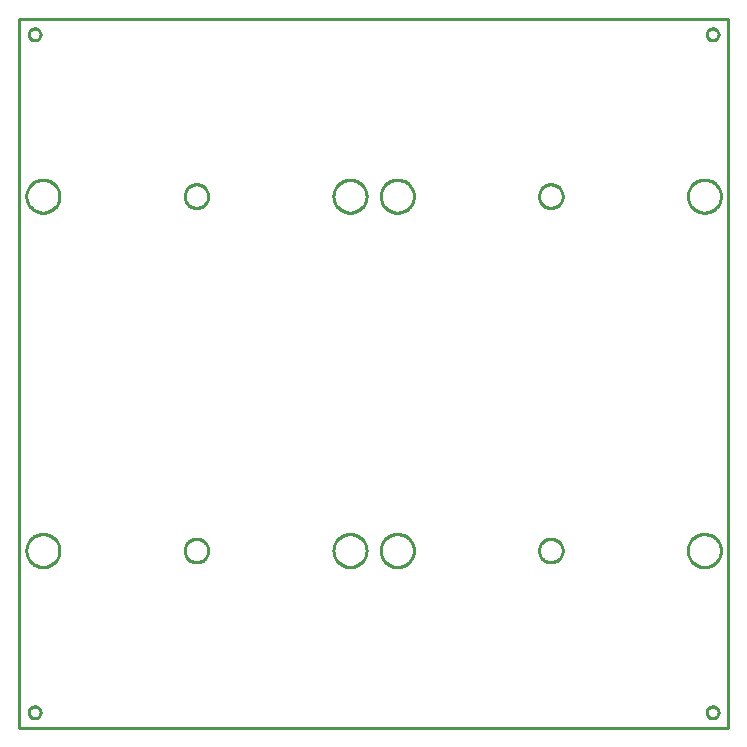
<source format=gbr>
G04 EAGLE Gerber RS-274X export*
G75*
%MOMM*%
%FSLAX34Y34*%
%LPD*%
%IN*%
%IPPOS*%
%AMOC8*
5,1,8,0,0,1.08239X$1,22.5*%
G01*
%ADD10C,0.254000*%


D10*
X-299720Y-299720D02*
X300280Y-299720D01*
X300280Y300280D01*
X-299720Y300280D01*
X-299720Y-299720D01*
X266280Y150780D02*
X266351Y151778D01*
X266494Y152767D01*
X266706Y153745D01*
X266988Y154704D01*
X267337Y155641D01*
X267753Y156551D01*
X268232Y157428D01*
X268773Y158270D01*
X269372Y159070D01*
X270027Y159826D01*
X270734Y160533D01*
X271490Y161188D01*
X272290Y161787D01*
X273132Y162328D01*
X274009Y162807D01*
X274919Y163223D01*
X275856Y163572D01*
X276816Y163854D01*
X277793Y164066D01*
X278783Y164209D01*
X279780Y164280D01*
X280780Y164280D01*
X281778Y164209D01*
X282767Y164066D01*
X283745Y163854D01*
X284704Y163572D01*
X285641Y163223D01*
X286551Y162807D01*
X287428Y162328D01*
X288270Y161787D01*
X289070Y161188D01*
X289826Y160533D01*
X290533Y159826D01*
X291188Y159070D01*
X291787Y158270D01*
X292328Y157428D01*
X292807Y156551D01*
X293223Y155641D01*
X293572Y154704D01*
X293854Y153745D01*
X294066Y152767D01*
X294209Y151778D01*
X294280Y150780D01*
X294280Y149780D01*
X294209Y148783D01*
X294066Y147793D01*
X293854Y146816D01*
X293572Y145856D01*
X293223Y144919D01*
X292807Y144009D01*
X292328Y143132D01*
X291787Y142290D01*
X291188Y141490D01*
X290533Y140734D01*
X289826Y140027D01*
X289070Y139372D01*
X288270Y138773D01*
X287428Y138232D01*
X286551Y137753D01*
X285641Y137337D01*
X284704Y136988D01*
X283745Y136706D01*
X282767Y136494D01*
X281778Y136351D01*
X280780Y136280D01*
X279780Y136280D01*
X278783Y136351D01*
X277793Y136494D01*
X276816Y136706D01*
X275856Y136988D01*
X274919Y137337D01*
X274009Y137753D01*
X273132Y138232D01*
X272290Y138773D01*
X271490Y139372D01*
X270734Y140027D01*
X270027Y140734D01*
X269372Y141490D01*
X268773Y142290D01*
X268232Y143132D01*
X267753Y144009D01*
X267337Y144919D01*
X266988Y145856D01*
X266706Y146816D01*
X266494Y147793D01*
X266351Y148783D01*
X266280Y149780D01*
X266280Y150780D01*
X6280Y150780D02*
X6351Y151778D01*
X6494Y152767D01*
X6706Y153745D01*
X6988Y154704D01*
X7337Y155641D01*
X7753Y156551D01*
X8232Y157428D01*
X8773Y158270D01*
X9372Y159070D01*
X10027Y159826D01*
X10734Y160533D01*
X11490Y161188D01*
X12290Y161787D01*
X13132Y162328D01*
X14009Y162807D01*
X14919Y163223D01*
X15856Y163572D01*
X16816Y163854D01*
X17793Y164066D01*
X18783Y164209D01*
X19780Y164280D01*
X20780Y164280D01*
X21778Y164209D01*
X22767Y164066D01*
X23745Y163854D01*
X24704Y163572D01*
X25641Y163223D01*
X26551Y162807D01*
X27428Y162328D01*
X28270Y161787D01*
X29070Y161188D01*
X29826Y160533D01*
X30533Y159826D01*
X31188Y159070D01*
X31787Y158270D01*
X32328Y157428D01*
X32807Y156551D01*
X33223Y155641D01*
X33572Y154704D01*
X33854Y153745D01*
X34066Y152767D01*
X34209Y151778D01*
X34280Y150780D01*
X34280Y149780D01*
X34209Y148783D01*
X34066Y147793D01*
X33854Y146816D01*
X33572Y145856D01*
X33223Y144919D01*
X32807Y144009D01*
X32328Y143132D01*
X31787Y142290D01*
X31188Y141490D01*
X30533Y140734D01*
X29826Y140027D01*
X29070Y139372D01*
X28270Y138773D01*
X27428Y138232D01*
X26551Y137753D01*
X25641Y137337D01*
X24704Y136988D01*
X23745Y136706D01*
X22767Y136494D01*
X21778Y136351D01*
X20780Y136280D01*
X19780Y136280D01*
X18783Y136351D01*
X17793Y136494D01*
X16816Y136706D01*
X15856Y136988D01*
X14919Y137337D01*
X14009Y137753D01*
X13132Y138232D01*
X12290Y138773D01*
X11490Y139372D01*
X10734Y140027D01*
X10027Y140734D01*
X9372Y141490D01*
X8773Y142290D01*
X8232Y143132D01*
X7753Y144009D01*
X7337Y144919D01*
X6988Y145856D01*
X6706Y146816D01*
X6494Y147793D01*
X6351Y148783D01*
X6280Y149780D01*
X6280Y150780D01*
X-293720Y150780D02*
X-293649Y151778D01*
X-293506Y152767D01*
X-293294Y153745D01*
X-293012Y154704D01*
X-292663Y155641D01*
X-292247Y156551D01*
X-291768Y157428D01*
X-291227Y158270D01*
X-290628Y159070D01*
X-289973Y159826D01*
X-289266Y160533D01*
X-288510Y161188D01*
X-287710Y161787D01*
X-286868Y162328D01*
X-285991Y162807D01*
X-285081Y163223D01*
X-284144Y163572D01*
X-283185Y163854D01*
X-282207Y164066D01*
X-281218Y164209D01*
X-280220Y164280D01*
X-279220Y164280D01*
X-278223Y164209D01*
X-277233Y164066D01*
X-276256Y163854D01*
X-275296Y163572D01*
X-274359Y163223D01*
X-273449Y162807D01*
X-272572Y162328D01*
X-271730Y161787D01*
X-270930Y161188D01*
X-270174Y160533D01*
X-269467Y159826D01*
X-268812Y159070D01*
X-268213Y158270D01*
X-267672Y157428D01*
X-267193Y156551D01*
X-266777Y155641D01*
X-266428Y154704D01*
X-266146Y153745D01*
X-265934Y152767D01*
X-265791Y151778D01*
X-265720Y150780D01*
X-265720Y149780D01*
X-265791Y148783D01*
X-265934Y147793D01*
X-266146Y146816D01*
X-266428Y145856D01*
X-266777Y144919D01*
X-267193Y144009D01*
X-267672Y143132D01*
X-268213Y142290D01*
X-268812Y141490D01*
X-269467Y140734D01*
X-270174Y140027D01*
X-270930Y139372D01*
X-271730Y138773D01*
X-272572Y138232D01*
X-273449Y137753D01*
X-274359Y137337D01*
X-275296Y136988D01*
X-276256Y136706D01*
X-277233Y136494D01*
X-278223Y136351D01*
X-279220Y136280D01*
X-280220Y136280D01*
X-281218Y136351D01*
X-282207Y136494D01*
X-283185Y136706D01*
X-284144Y136988D01*
X-285081Y137337D01*
X-285991Y137753D01*
X-286868Y138232D01*
X-287710Y138773D01*
X-288510Y139372D01*
X-289266Y140027D01*
X-289973Y140734D01*
X-290628Y141490D01*
X-291227Y142290D01*
X-291768Y143132D01*
X-292247Y144009D01*
X-292663Y144919D01*
X-293012Y145856D01*
X-293294Y146816D01*
X-293506Y147793D01*
X-293649Y148783D01*
X-293720Y149780D01*
X-293720Y150780D01*
X266280Y-149220D02*
X266351Y-148223D01*
X266494Y-147233D01*
X266706Y-146256D01*
X266988Y-145296D01*
X267337Y-144359D01*
X267753Y-143449D01*
X268232Y-142572D01*
X268773Y-141730D01*
X269372Y-140930D01*
X270027Y-140174D01*
X270734Y-139467D01*
X271490Y-138812D01*
X272290Y-138213D01*
X273132Y-137672D01*
X274009Y-137193D01*
X274919Y-136777D01*
X275856Y-136428D01*
X276816Y-136146D01*
X277793Y-135934D01*
X278783Y-135791D01*
X279780Y-135720D01*
X280780Y-135720D01*
X281778Y-135791D01*
X282767Y-135934D01*
X283745Y-136146D01*
X284704Y-136428D01*
X285641Y-136777D01*
X286551Y-137193D01*
X287428Y-137672D01*
X288270Y-138213D01*
X289070Y-138812D01*
X289826Y-139467D01*
X290533Y-140174D01*
X291188Y-140930D01*
X291787Y-141730D01*
X292328Y-142572D01*
X292807Y-143449D01*
X293223Y-144359D01*
X293572Y-145296D01*
X293854Y-146256D01*
X294066Y-147233D01*
X294209Y-148223D01*
X294280Y-149220D01*
X294280Y-150220D01*
X294209Y-151218D01*
X294066Y-152207D01*
X293854Y-153185D01*
X293572Y-154144D01*
X293223Y-155081D01*
X292807Y-155991D01*
X292328Y-156868D01*
X291787Y-157710D01*
X291188Y-158510D01*
X290533Y-159266D01*
X289826Y-159973D01*
X289070Y-160628D01*
X288270Y-161227D01*
X287428Y-161768D01*
X286551Y-162247D01*
X285641Y-162663D01*
X284704Y-163012D01*
X283745Y-163294D01*
X282767Y-163506D01*
X281778Y-163649D01*
X280780Y-163720D01*
X279780Y-163720D01*
X278783Y-163649D01*
X277793Y-163506D01*
X276816Y-163294D01*
X275856Y-163012D01*
X274919Y-162663D01*
X274009Y-162247D01*
X273132Y-161768D01*
X272290Y-161227D01*
X271490Y-160628D01*
X270734Y-159973D01*
X270027Y-159266D01*
X269372Y-158510D01*
X268773Y-157710D01*
X268232Y-156868D01*
X267753Y-155991D01*
X267337Y-155081D01*
X266988Y-154144D01*
X266706Y-153185D01*
X266494Y-152207D01*
X266351Y-151218D01*
X266280Y-150220D01*
X266280Y-149220D01*
X6280Y-149220D02*
X6351Y-148223D01*
X6494Y-147233D01*
X6706Y-146256D01*
X6988Y-145296D01*
X7337Y-144359D01*
X7753Y-143449D01*
X8232Y-142572D01*
X8773Y-141730D01*
X9372Y-140930D01*
X10027Y-140174D01*
X10734Y-139467D01*
X11490Y-138812D01*
X12290Y-138213D01*
X13132Y-137672D01*
X14009Y-137193D01*
X14919Y-136777D01*
X15856Y-136428D01*
X16816Y-136146D01*
X17793Y-135934D01*
X18783Y-135791D01*
X19780Y-135720D01*
X20780Y-135720D01*
X21778Y-135791D01*
X22767Y-135934D01*
X23745Y-136146D01*
X24704Y-136428D01*
X25641Y-136777D01*
X26551Y-137193D01*
X27428Y-137672D01*
X28270Y-138213D01*
X29070Y-138812D01*
X29826Y-139467D01*
X30533Y-140174D01*
X31188Y-140930D01*
X31787Y-141730D01*
X32328Y-142572D01*
X32807Y-143449D01*
X33223Y-144359D01*
X33572Y-145296D01*
X33854Y-146256D01*
X34066Y-147233D01*
X34209Y-148223D01*
X34280Y-149220D01*
X34280Y-150220D01*
X34209Y-151218D01*
X34066Y-152207D01*
X33854Y-153185D01*
X33572Y-154144D01*
X33223Y-155081D01*
X32807Y-155991D01*
X32328Y-156868D01*
X31787Y-157710D01*
X31188Y-158510D01*
X30533Y-159266D01*
X29826Y-159973D01*
X29070Y-160628D01*
X28270Y-161227D01*
X27428Y-161768D01*
X26551Y-162247D01*
X25641Y-162663D01*
X24704Y-163012D01*
X23745Y-163294D01*
X22767Y-163506D01*
X21778Y-163649D01*
X20780Y-163720D01*
X19780Y-163720D01*
X18783Y-163649D01*
X17793Y-163506D01*
X16816Y-163294D01*
X15856Y-163012D01*
X14919Y-162663D01*
X14009Y-162247D01*
X13132Y-161768D01*
X12290Y-161227D01*
X11490Y-160628D01*
X10734Y-159973D01*
X10027Y-159266D01*
X9372Y-158510D01*
X8773Y-157710D01*
X8232Y-156868D01*
X7753Y-155991D01*
X7337Y-155081D01*
X6988Y-154144D01*
X6706Y-153185D01*
X6494Y-152207D01*
X6351Y-151218D01*
X6280Y-150220D01*
X6280Y-149220D01*
X-33720Y-149220D02*
X-33649Y-148223D01*
X-33506Y-147233D01*
X-33294Y-146256D01*
X-33012Y-145296D01*
X-32663Y-144359D01*
X-32247Y-143449D01*
X-31768Y-142572D01*
X-31227Y-141730D01*
X-30628Y-140930D01*
X-29973Y-140174D01*
X-29266Y-139467D01*
X-28510Y-138812D01*
X-27710Y-138213D01*
X-26868Y-137672D01*
X-25991Y-137193D01*
X-25081Y-136777D01*
X-24144Y-136428D01*
X-23185Y-136146D01*
X-22207Y-135934D01*
X-21218Y-135791D01*
X-20220Y-135720D01*
X-19220Y-135720D01*
X-18223Y-135791D01*
X-17233Y-135934D01*
X-16256Y-136146D01*
X-15296Y-136428D01*
X-14359Y-136777D01*
X-13449Y-137193D01*
X-12572Y-137672D01*
X-11730Y-138213D01*
X-10930Y-138812D01*
X-10174Y-139467D01*
X-9467Y-140174D01*
X-8812Y-140930D01*
X-8213Y-141730D01*
X-7672Y-142572D01*
X-7193Y-143449D01*
X-6777Y-144359D01*
X-6428Y-145296D01*
X-6146Y-146256D01*
X-5934Y-147233D01*
X-5791Y-148223D01*
X-5720Y-149220D01*
X-5720Y-150220D01*
X-5791Y-151218D01*
X-5934Y-152207D01*
X-6146Y-153185D01*
X-6428Y-154144D01*
X-6777Y-155081D01*
X-7193Y-155991D01*
X-7672Y-156868D01*
X-8213Y-157710D01*
X-8812Y-158510D01*
X-9467Y-159266D01*
X-10174Y-159973D01*
X-10930Y-160628D01*
X-11730Y-161227D01*
X-12572Y-161768D01*
X-13449Y-162247D01*
X-14359Y-162663D01*
X-15296Y-163012D01*
X-16256Y-163294D01*
X-17233Y-163506D01*
X-18223Y-163649D01*
X-19220Y-163720D01*
X-20220Y-163720D01*
X-21218Y-163649D01*
X-22207Y-163506D01*
X-23185Y-163294D01*
X-24144Y-163012D01*
X-25081Y-162663D01*
X-25991Y-162247D01*
X-26868Y-161768D01*
X-27710Y-161227D01*
X-28510Y-160628D01*
X-29266Y-159973D01*
X-29973Y-159266D01*
X-30628Y-158510D01*
X-31227Y-157710D01*
X-31768Y-156868D01*
X-32247Y-155991D01*
X-32663Y-155081D01*
X-33012Y-154144D01*
X-33294Y-153185D01*
X-33506Y-152207D01*
X-33649Y-151218D01*
X-33720Y-150220D01*
X-33720Y-149220D01*
X-293720Y-149220D02*
X-293649Y-148223D01*
X-293506Y-147233D01*
X-293294Y-146256D01*
X-293012Y-145296D01*
X-292663Y-144359D01*
X-292247Y-143449D01*
X-291768Y-142572D01*
X-291227Y-141730D01*
X-290628Y-140930D01*
X-289973Y-140174D01*
X-289266Y-139467D01*
X-288510Y-138812D01*
X-287710Y-138213D01*
X-286868Y-137672D01*
X-285991Y-137193D01*
X-285081Y-136777D01*
X-284144Y-136428D01*
X-283185Y-136146D01*
X-282207Y-135934D01*
X-281218Y-135791D01*
X-280220Y-135720D01*
X-279220Y-135720D01*
X-278223Y-135791D01*
X-277233Y-135934D01*
X-276256Y-136146D01*
X-275296Y-136428D01*
X-274359Y-136777D01*
X-273449Y-137193D01*
X-272572Y-137672D01*
X-271730Y-138213D01*
X-270930Y-138812D01*
X-270174Y-139467D01*
X-269467Y-140174D01*
X-268812Y-140930D01*
X-268213Y-141730D01*
X-267672Y-142572D01*
X-267193Y-143449D01*
X-266777Y-144359D01*
X-266428Y-145296D01*
X-266146Y-146256D01*
X-265934Y-147233D01*
X-265791Y-148223D01*
X-265720Y-149220D01*
X-265720Y-150220D01*
X-265791Y-151218D01*
X-265934Y-152207D01*
X-266146Y-153185D01*
X-266428Y-154144D01*
X-266777Y-155081D01*
X-267193Y-155991D01*
X-267672Y-156868D01*
X-268213Y-157710D01*
X-268812Y-158510D01*
X-269467Y-159266D01*
X-270174Y-159973D01*
X-270930Y-160628D01*
X-271730Y-161227D01*
X-272572Y-161768D01*
X-273449Y-162247D01*
X-274359Y-162663D01*
X-275296Y-163012D01*
X-276256Y-163294D01*
X-277233Y-163506D01*
X-278223Y-163649D01*
X-279220Y-163720D01*
X-280220Y-163720D01*
X-281218Y-163649D01*
X-282207Y-163506D01*
X-283185Y-163294D01*
X-284144Y-163012D01*
X-285081Y-162663D01*
X-285991Y-162247D01*
X-286868Y-161768D01*
X-287710Y-161227D01*
X-288510Y-160628D01*
X-289266Y-159973D01*
X-289973Y-159266D01*
X-290628Y-158510D01*
X-291227Y-157710D01*
X-291768Y-156868D01*
X-292247Y-155991D01*
X-292663Y-155081D01*
X-293012Y-154144D01*
X-293294Y-153185D01*
X-293506Y-152207D01*
X-293649Y-151218D01*
X-293720Y-150220D01*
X-293720Y-149220D01*
X282280Y287561D02*
X282343Y288119D01*
X282468Y288666D01*
X282653Y289196D01*
X282897Y289702D01*
X283196Y290178D01*
X283546Y290617D01*
X283943Y291014D01*
X284382Y291364D01*
X284858Y291663D01*
X285364Y291907D01*
X285894Y292092D01*
X286441Y292217D01*
X286999Y292280D01*
X287561Y292280D01*
X288119Y292217D01*
X288666Y292092D01*
X289196Y291907D01*
X289702Y291663D01*
X290178Y291364D01*
X290617Y291014D01*
X291014Y290617D01*
X291364Y290178D01*
X291663Y289702D01*
X291907Y289196D01*
X292092Y288666D01*
X292217Y288119D01*
X292280Y287561D01*
X292280Y286999D01*
X292217Y286441D01*
X292092Y285894D01*
X291907Y285364D01*
X291663Y284858D01*
X291364Y284382D01*
X291014Y283943D01*
X290617Y283546D01*
X290178Y283196D01*
X289702Y282897D01*
X289196Y282653D01*
X288666Y282468D01*
X288119Y282343D01*
X287561Y282280D01*
X286999Y282280D01*
X286441Y282343D01*
X285894Y282468D01*
X285364Y282653D01*
X284858Y282897D01*
X284382Y283196D01*
X283943Y283546D01*
X283546Y283943D01*
X283196Y284382D01*
X282897Y284858D01*
X282653Y285364D01*
X282468Y285894D01*
X282343Y286441D01*
X282280Y286999D01*
X282280Y287561D01*
X-291720Y287561D02*
X-291657Y288119D01*
X-291532Y288666D01*
X-291347Y289196D01*
X-291103Y289702D01*
X-290804Y290178D01*
X-290454Y290617D01*
X-290057Y291014D01*
X-289618Y291364D01*
X-289142Y291663D01*
X-288636Y291907D01*
X-288106Y292092D01*
X-287559Y292217D01*
X-287001Y292280D01*
X-286439Y292280D01*
X-285881Y292217D01*
X-285334Y292092D01*
X-284804Y291907D01*
X-284298Y291663D01*
X-283822Y291364D01*
X-283383Y291014D01*
X-282986Y290617D01*
X-282636Y290178D01*
X-282337Y289702D01*
X-282093Y289196D01*
X-281908Y288666D01*
X-281783Y288119D01*
X-281720Y287561D01*
X-281720Y286999D01*
X-281783Y286441D01*
X-281908Y285894D01*
X-282093Y285364D01*
X-282337Y284858D01*
X-282636Y284382D01*
X-282986Y283943D01*
X-283383Y283546D01*
X-283822Y283196D01*
X-284298Y282897D01*
X-284804Y282653D01*
X-285334Y282468D01*
X-285881Y282343D01*
X-286439Y282280D01*
X-287001Y282280D01*
X-287559Y282343D01*
X-288106Y282468D01*
X-288636Y282653D01*
X-289142Y282897D01*
X-289618Y283196D01*
X-290057Y283546D01*
X-290454Y283943D01*
X-290804Y284382D01*
X-291103Y284858D01*
X-291347Y285364D01*
X-291532Y285894D01*
X-291657Y286441D01*
X-291720Y286999D01*
X-291720Y287561D01*
X-33720Y150780D02*
X-33649Y151778D01*
X-33506Y152767D01*
X-33294Y153745D01*
X-33012Y154704D01*
X-32663Y155641D01*
X-32247Y156551D01*
X-31768Y157428D01*
X-31227Y158270D01*
X-30628Y159070D01*
X-29973Y159826D01*
X-29266Y160533D01*
X-28510Y161188D01*
X-27710Y161787D01*
X-26868Y162328D01*
X-25991Y162807D01*
X-25081Y163223D01*
X-24144Y163572D01*
X-23185Y163854D01*
X-22207Y164066D01*
X-21218Y164209D01*
X-20220Y164280D01*
X-19220Y164280D01*
X-18223Y164209D01*
X-17233Y164066D01*
X-16256Y163854D01*
X-15296Y163572D01*
X-14359Y163223D01*
X-13449Y162807D01*
X-12572Y162328D01*
X-11730Y161787D01*
X-10930Y161188D01*
X-10174Y160533D01*
X-9467Y159826D01*
X-8812Y159070D01*
X-8213Y158270D01*
X-7672Y157428D01*
X-7193Y156551D01*
X-6777Y155641D01*
X-6428Y154704D01*
X-6146Y153745D01*
X-5934Y152767D01*
X-5791Y151778D01*
X-5720Y150780D01*
X-5720Y149780D01*
X-5791Y148783D01*
X-5934Y147793D01*
X-6146Y146816D01*
X-6428Y145856D01*
X-6777Y144919D01*
X-7193Y144009D01*
X-7672Y143132D01*
X-8213Y142290D01*
X-8812Y141490D01*
X-9467Y140734D01*
X-10174Y140027D01*
X-10930Y139372D01*
X-11730Y138773D01*
X-12572Y138232D01*
X-13449Y137753D01*
X-14359Y137337D01*
X-15296Y136988D01*
X-16256Y136706D01*
X-17233Y136494D01*
X-18223Y136351D01*
X-19220Y136280D01*
X-20220Y136280D01*
X-21218Y136351D01*
X-22207Y136494D01*
X-23185Y136706D01*
X-24144Y136988D01*
X-25081Y137337D01*
X-25991Y137753D01*
X-26868Y138232D01*
X-27710Y138773D01*
X-28510Y139372D01*
X-29266Y140027D01*
X-29973Y140734D01*
X-30628Y141490D01*
X-31227Y142290D01*
X-31768Y143132D01*
X-32247Y144009D01*
X-32663Y144919D01*
X-33012Y145856D01*
X-33294Y146816D01*
X-33506Y147793D01*
X-33649Y148783D01*
X-33720Y149780D01*
X-33720Y150780D01*
X-291720Y-286439D02*
X-291657Y-285881D01*
X-291532Y-285334D01*
X-291347Y-284804D01*
X-291103Y-284298D01*
X-290804Y-283822D01*
X-290454Y-283383D01*
X-290057Y-282986D01*
X-289618Y-282636D01*
X-289142Y-282337D01*
X-288636Y-282093D01*
X-288106Y-281908D01*
X-287559Y-281783D01*
X-287001Y-281720D01*
X-286439Y-281720D01*
X-285881Y-281783D01*
X-285334Y-281908D01*
X-284804Y-282093D01*
X-284298Y-282337D01*
X-283822Y-282636D01*
X-283383Y-282986D01*
X-282986Y-283383D01*
X-282636Y-283822D01*
X-282337Y-284298D01*
X-282093Y-284804D01*
X-281908Y-285334D01*
X-281783Y-285881D01*
X-281720Y-286439D01*
X-281720Y-287001D01*
X-281783Y-287559D01*
X-281908Y-288106D01*
X-282093Y-288636D01*
X-282337Y-289142D01*
X-282636Y-289618D01*
X-282986Y-290057D01*
X-283383Y-290454D01*
X-283822Y-290804D01*
X-284298Y-291103D01*
X-284804Y-291347D01*
X-285334Y-291532D01*
X-285881Y-291657D01*
X-286439Y-291720D01*
X-287001Y-291720D01*
X-287559Y-291657D01*
X-288106Y-291532D01*
X-288636Y-291347D01*
X-289142Y-291103D01*
X-289618Y-290804D01*
X-290057Y-290454D01*
X-290454Y-290057D01*
X-290804Y-289618D01*
X-291103Y-289142D01*
X-291347Y-288636D01*
X-291532Y-288106D01*
X-291657Y-287559D01*
X-291720Y-287001D01*
X-291720Y-286439D01*
X282280Y-286439D02*
X282343Y-285881D01*
X282468Y-285334D01*
X282653Y-284804D01*
X282897Y-284298D01*
X283196Y-283822D01*
X283546Y-283383D01*
X283943Y-282986D01*
X284382Y-282636D01*
X284858Y-282337D01*
X285364Y-282093D01*
X285894Y-281908D01*
X286441Y-281783D01*
X286999Y-281720D01*
X287561Y-281720D01*
X288119Y-281783D01*
X288666Y-281908D01*
X289196Y-282093D01*
X289702Y-282337D01*
X290178Y-282636D01*
X290617Y-282986D01*
X291014Y-283383D01*
X291364Y-283822D01*
X291663Y-284298D01*
X291907Y-284804D01*
X292092Y-285334D01*
X292217Y-285881D01*
X292280Y-286439D01*
X292280Y-287001D01*
X292217Y-287559D01*
X292092Y-288106D01*
X291907Y-288636D01*
X291663Y-289142D01*
X291364Y-289618D01*
X291014Y-290057D01*
X290617Y-290454D01*
X290178Y-290804D01*
X289702Y-291103D01*
X289196Y-291347D01*
X288666Y-291532D01*
X288119Y-291657D01*
X287561Y-291720D01*
X286999Y-291720D01*
X286441Y-291657D01*
X285894Y-291532D01*
X285364Y-291347D01*
X284858Y-291103D01*
X284382Y-290804D01*
X283943Y-290454D01*
X283546Y-290057D01*
X283196Y-289618D01*
X282897Y-289142D01*
X282653Y-288636D01*
X282468Y-288106D01*
X282343Y-287559D01*
X282280Y-287001D01*
X282280Y-286439D01*
X140280Y-149283D02*
X140356Y-148414D01*
X140508Y-147554D01*
X140734Y-146710D01*
X141032Y-145890D01*
X141401Y-145098D01*
X141838Y-144342D01*
X142339Y-143627D01*
X142900Y-142958D01*
X143518Y-142340D01*
X144187Y-141779D01*
X144902Y-141278D01*
X145658Y-140841D01*
X146450Y-140472D01*
X147270Y-140174D01*
X148114Y-139948D01*
X148974Y-139796D01*
X149843Y-139720D01*
X150717Y-139720D01*
X151587Y-139796D01*
X152446Y-139948D01*
X153290Y-140174D01*
X154110Y-140472D01*
X154902Y-140841D01*
X155658Y-141278D01*
X156373Y-141779D01*
X157042Y-142340D01*
X157660Y-142958D01*
X158221Y-143627D01*
X158722Y-144342D01*
X159159Y-145098D01*
X159528Y-145890D01*
X159826Y-146710D01*
X160052Y-147554D01*
X160204Y-148414D01*
X160280Y-149283D01*
X160280Y-150157D01*
X160204Y-151027D01*
X160052Y-151886D01*
X159826Y-152730D01*
X159528Y-153550D01*
X159159Y-154342D01*
X158722Y-155098D01*
X158221Y-155813D01*
X157660Y-156482D01*
X157042Y-157100D01*
X156373Y-157661D01*
X155658Y-158162D01*
X154902Y-158599D01*
X154110Y-158968D01*
X153290Y-159266D01*
X152446Y-159492D01*
X151587Y-159644D01*
X150717Y-159720D01*
X149843Y-159720D01*
X148974Y-159644D01*
X148114Y-159492D01*
X147270Y-159266D01*
X146450Y-158968D01*
X145658Y-158599D01*
X144902Y-158162D01*
X144187Y-157661D01*
X143518Y-157100D01*
X142900Y-156482D01*
X142339Y-155813D01*
X141838Y-155098D01*
X141401Y-154342D01*
X141032Y-153550D01*
X140734Y-152730D01*
X140508Y-151886D01*
X140356Y-151027D01*
X140280Y-150157D01*
X140280Y-149283D01*
X-159720Y-149283D02*
X-159644Y-148414D01*
X-159492Y-147554D01*
X-159266Y-146710D01*
X-158968Y-145890D01*
X-158599Y-145098D01*
X-158162Y-144342D01*
X-157661Y-143627D01*
X-157100Y-142958D01*
X-156482Y-142340D01*
X-155813Y-141779D01*
X-155098Y-141278D01*
X-154342Y-140841D01*
X-153550Y-140472D01*
X-152730Y-140174D01*
X-151886Y-139948D01*
X-151027Y-139796D01*
X-150157Y-139720D01*
X-149283Y-139720D01*
X-148414Y-139796D01*
X-147554Y-139948D01*
X-146710Y-140174D01*
X-145890Y-140472D01*
X-145098Y-140841D01*
X-144342Y-141278D01*
X-143627Y-141779D01*
X-142958Y-142340D01*
X-142340Y-142958D01*
X-141779Y-143627D01*
X-141278Y-144342D01*
X-140841Y-145098D01*
X-140472Y-145890D01*
X-140174Y-146710D01*
X-139948Y-147554D01*
X-139796Y-148414D01*
X-139720Y-149283D01*
X-139720Y-150157D01*
X-139796Y-151027D01*
X-139948Y-151886D01*
X-140174Y-152730D01*
X-140472Y-153550D01*
X-140841Y-154342D01*
X-141278Y-155098D01*
X-141779Y-155813D01*
X-142340Y-156482D01*
X-142958Y-157100D01*
X-143627Y-157661D01*
X-144342Y-158162D01*
X-145098Y-158599D01*
X-145890Y-158968D01*
X-146710Y-159266D01*
X-147554Y-159492D01*
X-148414Y-159644D01*
X-149283Y-159720D01*
X-150157Y-159720D01*
X-151027Y-159644D01*
X-151886Y-159492D01*
X-152730Y-159266D01*
X-153550Y-158968D01*
X-154342Y-158599D01*
X-155098Y-158162D01*
X-155813Y-157661D01*
X-156482Y-157100D01*
X-157100Y-156482D01*
X-157661Y-155813D01*
X-158162Y-155098D01*
X-158599Y-154342D01*
X-158968Y-153550D01*
X-159266Y-152730D01*
X-159492Y-151886D01*
X-159644Y-151027D01*
X-159720Y-150157D01*
X-159720Y-149283D01*
X-159720Y150717D02*
X-159644Y151587D01*
X-159492Y152446D01*
X-159266Y153290D01*
X-158968Y154110D01*
X-158599Y154902D01*
X-158162Y155658D01*
X-157661Y156373D01*
X-157100Y157042D01*
X-156482Y157660D01*
X-155813Y158221D01*
X-155098Y158722D01*
X-154342Y159159D01*
X-153550Y159528D01*
X-152730Y159826D01*
X-151886Y160052D01*
X-151027Y160204D01*
X-150157Y160280D01*
X-149283Y160280D01*
X-148414Y160204D01*
X-147554Y160052D01*
X-146710Y159826D01*
X-145890Y159528D01*
X-145098Y159159D01*
X-144342Y158722D01*
X-143627Y158221D01*
X-142958Y157660D01*
X-142340Y157042D01*
X-141779Y156373D01*
X-141278Y155658D01*
X-140841Y154902D01*
X-140472Y154110D01*
X-140174Y153290D01*
X-139948Y152446D01*
X-139796Y151587D01*
X-139720Y150717D01*
X-139720Y149843D01*
X-139796Y148974D01*
X-139948Y148114D01*
X-140174Y147270D01*
X-140472Y146450D01*
X-140841Y145658D01*
X-141278Y144902D01*
X-141779Y144187D01*
X-142340Y143518D01*
X-142958Y142900D01*
X-143627Y142339D01*
X-144342Y141838D01*
X-145098Y141401D01*
X-145890Y141032D01*
X-146710Y140734D01*
X-147554Y140508D01*
X-148414Y140356D01*
X-149283Y140280D01*
X-150157Y140280D01*
X-151027Y140356D01*
X-151886Y140508D01*
X-152730Y140734D01*
X-153550Y141032D01*
X-154342Y141401D01*
X-155098Y141838D01*
X-155813Y142339D01*
X-156482Y142900D01*
X-157100Y143518D01*
X-157661Y144187D01*
X-158162Y144902D01*
X-158599Y145658D01*
X-158968Y146450D01*
X-159266Y147270D01*
X-159492Y148114D01*
X-159644Y148974D01*
X-159720Y149843D01*
X-159720Y150717D01*
X140280Y150717D02*
X140356Y151587D01*
X140508Y152446D01*
X140734Y153290D01*
X141032Y154110D01*
X141401Y154902D01*
X141838Y155658D01*
X142339Y156373D01*
X142900Y157042D01*
X143518Y157660D01*
X144187Y158221D01*
X144902Y158722D01*
X145658Y159159D01*
X146450Y159528D01*
X147270Y159826D01*
X148114Y160052D01*
X148974Y160204D01*
X149843Y160280D01*
X150717Y160280D01*
X151587Y160204D01*
X152446Y160052D01*
X153290Y159826D01*
X154110Y159528D01*
X154902Y159159D01*
X155658Y158722D01*
X156373Y158221D01*
X157042Y157660D01*
X157660Y157042D01*
X158221Y156373D01*
X158722Y155658D01*
X159159Y154902D01*
X159528Y154110D01*
X159826Y153290D01*
X160052Y152446D01*
X160204Y151587D01*
X160280Y150717D01*
X160280Y149843D01*
X160204Y148974D01*
X160052Y148114D01*
X159826Y147270D01*
X159528Y146450D01*
X159159Y145658D01*
X158722Y144902D01*
X158221Y144187D01*
X157660Y143518D01*
X157042Y142900D01*
X156373Y142339D01*
X155658Y141838D01*
X154902Y141401D01*
X154110Y141032D01*
X153290Y140734D01*
X152446Y140508D01*
X151587Y140356D01*
X150717Y140280D01*
X149843Y140280D01*
X148974Y140356D01*
X148114Y140508D01*
X147270Y140734D01*
X146450Y141032D01*
X145658Y141401D01*
X144902Y141838D01*
X144187Y142339D01*
X143518Y142900D01*
X142900Y143518D01*
X142339Y144187D01*
X141838Y144902D01*
X141401Y145658D01*
X141032Y146450D01*
X140734Y147270D01*
X140508Y148114D01*
X140356Y148974D01*
X140280Y149843D01*
X140280Y150717D01*
M02*

</source>
